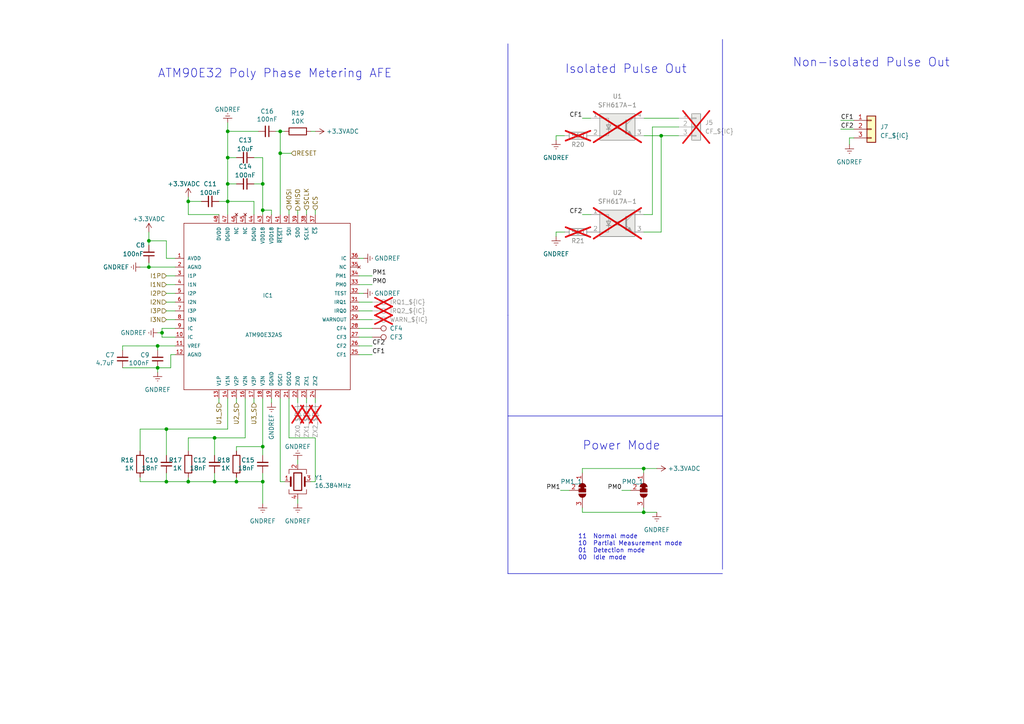
<source format=kicad_sch>
(kicad_sch (version 20230121) (generator eeschema)
  (paper "A4")
  (title_block (title "Metering Board -  IC") (rev "${REVISION}"))
  (lib_symbols
    (symbol "Connector:TestPoint" (pin_numbers hide) (pin_names (offset 0.762) hide)
      (property "Reference" "TP" (at 0 6.858 0))
      (property "Value" "TestPoint" (at 0 5.08 0))
      (symbol "TestPoint_0_1"
        (circle (center 0 3.302) (radius 0.762))
      )
      (symbol "TestPoint_1_1"
        (pin passive line (at 0 0 90) (length 2.54) (name "1") (number "1"))
      )
    )
    (symbol "Connector_Generic:Conn_01x03" (pin_names (offset 1.016) hide)
      (property "Reference" "J" (at 0 5.08 0))
      (property "Value" "Conn_01x03" (at 0 -5.08 0))
      (symbol "Conn_01x03_1_1"
        (rectangle (start -1.27 -2.413) (end 0 -2.667) (stroke (width 0.1524)))
        (rectangle (start -1.27 0.127) (end 0 -0.127) (stroke (width 0.1524)))
        (rectangle (start -1.27 2.667) (end 0 2.413) (stroke (width 0.1524)))
        (rectangle (start -1.27 3.81) (end 1.27 -3.81) (stroke (width 0.254)) (fill (type background)))
        (pin passive line (at -5.08 2.54 0) (length 3.81) (name "Pin_1") (number "1"))
        (pin passive line (at -5.08 0 0) (length 3.81) (name "Pin_2") (number "2"))
        (pin passive line (at -5.08 -2.54 0) (length 3.81) (name "Pin_3") (number "3"))
      )
    )
    (symbol "Device:C_Small" (pin_numbers hide) (pin_names (offset 0.254) hide)
      (property "Reference" "C" (at 0.254 1.778 0))
      (property "Value" "C_Small" (at 0.254 -2.032 0))
      (symbol "C_Small_0_1"
        (polyline (pts (xy -1.524 -0.508) (xy 1.524 -0.508)) (stroke (width 0.3302)))
        (polyline (pts (xy -1.524 0.508) (xy 1.524 0.508)) (stroke (width 0.3048)))
      )
      (symbol "C_Small_1_1"
        (pin passive line (at 0 2.54 270) (length 2.032) (name "~") (number "1"))
        (pin passive line (at 0 -2.54 90) (length 2.032) (name "~") (number "2"))
      )
    )
    (symbol "Device:Crystal_GND24" (pin_names (offset 1.016) hide)
      (property "Reference" "Y" (at 3.175 5.08 0))
      (property "Value" "Crystal_GND24" (at 3.175 3.175 0))
      (symbol "Crystal_GND24_0_1"
        (rectangle (start -1.143 2.54) (end 1.143 -2.54) (stroke (width 0.3048)))
        (polyline (pts (xy -2.54 0) (xy -2.032 0)))
        (polyline (pts (xy -2.032 -1.27) (xy -2.032 1.27)) (stroke (width 0.508)))
        (polyline (pts (xy 0 -3.81) (xy 0 -3.556)))
        (polyline (pts (xy 0 3.556) (xy 0 3.81)))
        (polyline (pts (xy 2.032 -1.27) (xy 2.032 1.27)) (stroke (width 0.508)))
        (polyline (pts (xy 2.032 0) (xy 2.54 0)))
        (polyline (pts (xy -2.54 -2.286) (xy -2.54 -3.556) (xy 2.54 -3.556) (xy 2.54 -2.286)))
        (polyline (pts (xy -2.54 2.286) (xy -2.54 3.556) (xy 2.54 3.556) (xy 2.54 2.286)))
      )
      (symbol "Crystal_GND24_1_1"
        (pin passive line (at -3.81 0 0) (length 1.27) (name "1") (number "1"))
        (pin passive line (at 0 5.08 270) (length 1.27) (name "2") (number "2"))
        (pin passive line (at 3.81 0 180) (length 1.27) (name "3") (number "3"))
        (pin passive line (at 0 -5.08 90) (length 1.27) (name "4") (number "4"))
      )
    )
    (symbol "Device:R" (pin_numbers hide) (pin_names (offset 0))
      (property "Reference" "R" (at 2.032 0 90))
      (property "Value" "R" (at 0 0 90))
      (symbol "R_0_1"
        (rectangle (start -1.016 -2.54) (end 1.016 2.54) (stroke (width 0.254)))
      )
      (symbol "R_1_1"
        (pin passive line (at 0 3.81 270) (length 1.27) (name "~") (number "1"))
        (pin passive line (at 0 -3.81 90) (length 1.27) (name "~") (number "2"))
      )
    )
    (symbol "Isolator:SFH617A-1" (pin_names (offset 1.016))
      (property "Reference" "U" (at -5.08 5.08 0))
      (property "Value" "SFH617A-1" (at 0 5.08 0))
      (symbol "SFH617A-1_0_1"
        (rectangle (start -5.08 3.81) (end 5.08 -3.81) (stroke (width 0.254)) (fill (type background)))
        (polyline (pts (xy -3.175 -0.635) (xy -1.905 -0.635)) (stroke (width 0.254)))
        (polyline (pts (xy 2.54 0.635) (xy 4.445 2.54)))
        (polyline (pts (xy 4.445 -2.54) (xy 2.54 -0.635)) (fill (type outline)))
        (polyline (pts (xy 4.445 -2.54) (xy 5.08 -2.54)))
        (polyline (pts (xy 4.445 2.54) (xy 5.08 2.54)))
        (polyline (pts (xy -2.54 -0.635) (xy -2.54 -2.54) (xy -5.08 -2.54)))
        (polyline (pts (xy 2.54 1.905) (xy 2.54 -1.905) (xy 2.54 -1.905)) (stroke (width 0.508)))
        (polyline (pts (xy -5.08 2.54) (xy -2.54 2.54) (xy -2.54 -1.27) (xy -2.54 0.635)))
        (polyline (pts (xy -2.54 -0.635) (xy -3.175 0.635) (xy -1.905 0.635) (xy -2.54 -0.635)) (stroke (width 0.254)))
        (polyline (pts (xy -0.508 -0.508) (xy 0.762 -0.508) (xy 0.381 -0.635) (xy 0.381 -0.381) (xy 0.762 -0.508)))
        (polyline (pts (xy -0.508 0.508) (xy 0.762 0.508) (xy 0.381 0.381) (xy 0.381 0.635) (xy 0.762 0.508)))
        (polyline (pts (xy 3.048 -1.651) (xy 3.556 -1.143) (xy 4.064 -2.159) (xy 3.048 -1.651) (xy 3.048 -1.651)) (fill (type outline)))
      )
      (symbol "SFH617A-1_1_1"
        (pin passive line (at -7.62 2.54 0) (length 2.54) (name "~") (number "1"))
        (pin passive line (at -7.62 -2.54 0) (length 2.54) (name "~") (number "2"))
        (pin passive line (at 7.62 -2.54 180) (length 2.54) (name "~") (number "3"))
        (pin passive line (at 7.62 2.54 180) (length 2.54) (name "~") (number "4"))
      )
    )
    (symbol "Jumper:SolderJumper_3_Bridged12" (pin_names (offset 0) hide)
      (property "Reference" "JP" (at -2.54 -2.54 0))
      (property "Value" "SolderJumper_3_Bridged12" (at 0 2.794 0))
      (symbol "SolderJumper_3_Bridged12_0_1"
        (rectangle (start -1.016 0.508) (end -0.508 -0.508) (fill (type outline)))
        (arc (start -1.016 1.016) (mid -2.0276 0) (end -1.016 -1.016))
        (arc (start -1.016 1.016) (mid -2.0276 0) (end -1.016 -1.016) (fill (type outline)))
        (rectangle (start -0.508 1.016) (end 0.508 -1.016) (fill (type outline)))
        (polyline (pts (xy -2.54 0) (xy -2.032 0)))
        (polyline (pts (xy -1.016 1.016) (xy -1.016 -1.016)))
        (polyline (pts (xy 0 -1.27) (xy 0 -1.016)))
        (polyline (pts (xy 1.016 1.016) (xy 1.016 -1.016)))
        (polyline (pts (xy 2.54 0) (xy 2.032 0)))
        (arc (start 1.016 -1.016) (mid 2.0276 0) (end 1.016 1.016))
        (arc (start 1.016 -1.016) (mid 2.0276 0) (end 1.016 1.016) (fill (type outline)))
      )
      (symbol "SolderJumper_3_Bridged12_1_1"
        (pin passive line (at -5.08 0 0) (length 2.54) (name "A") (number "1"))
        (pin passive line (at 0 -3.81 90) (length 2.54) (name "C") (number "2"))
        (pin passive line (at 5.08 0 180) (length 2.54) (name "B") (number "3"))
      )
    )
    (symbol "ProjectLib:ATM90E32AS" (pin_names (offset 1.016))
      (property "Reference" "IC" (at -7.62 3.81 0))
      (property "Value" "ATM90E32AS" (at -7.62 -10.16 0))
      (symbol "ATM90E32AS_1_0"
        (polyline (pts (xy -25.4 -25.4) (xy 22.86 -25.4)))
        (polyline (pts (xy -25.4 22.86) (xy -25.4 -25.4)))
        (polyline (pts (xy 22.86 -25.4) (xy 22.86 22.86)))
        (polyline (pts (xy 22.86 22.86) (xy -25.4 22.86)))
      )
      (symbol "ATM90E32AS_1_1"
        (pin power_in line (at -27.94 12.7 0) (length 2.54) (name "AVDD") (number "1"))
        (pin input line (at -27.94 -10.16 0) (length 2.54) (name "IC") (number "10"))
        (pin bidirectional line (at -27.94 -12.7 0) (length 2.54) (name "VREF") (number "11"))
        (pin power_in line (at -27.94 -15.24 0) (length 2.54) (name "AGND") (number "12"))
        (pin input line (at -15.24 -27.94 90) (length 2.54) (name "V1P") (number "13"))
        (pin input line (at -12.7 -27.94 90) (length 2.54) (name "V1N") (number "14"))
        (pin input line (at -10.16 -27.94 90) (length 2.54) (name "V2P") (number "15"))
        (pin input line (at -7.62 -27.94 90) (length 2.54) (name "V2N") (number "16"))
        (pin input line (at -5.08 -27.94 90) (length 2.54) (name "V3P") (number "17"))
        (pin input line (at -2.54 -27.94 90) (length 2.54) (name "V3N") (number "18"))
        (pin power_in line (at 0 -27.94 90) (length 2.54) (name "DGND") (number "19"))
        (pin power_in line (at -27.94 10.16 0) (length 2.54) (name "AGND") (number "2"))
        (pin input line (at 2.54 -27.94 90) (length 2.54) (name "OSCI") (number "20"))
        (pin output line (at 5.08 -27.94 90) (length 2.54) (name "OSCO") (number "21"))
        (pin output line (at 7.62 -27.94 90) (length 2.54) (name "ZX0") (number "22"))
        (pin output line (at 10.16 -27.94 90) (length 2.54) (name "ZX1") (number "23"))
        (pin output line (at 12.7 -27.94 90) (length 2.54) (name "ZX2") (number "24"))
        (pin output line (at 25.4 -15.24 180) (length 2.54) (name "CF1") (number "25"))
        (pin output line (at 25.4 -12.7 180) (length 2.54) (name "CF2") (number "26"))
        (pin output line (at 25.4 -10.16 180) (length 2.54) (name "CF3") (number "27"))
        (pin output line (at 25.4 -7.62 180) (length 2.54) (name "CF4") (number "28"))
        (pin output line (at 25.4 -5.08 180) (length 2.54) (name "WARNOUT") (number "29"))
        (pin input line (at -27.94 7.62 0) (length 2.54) (name "I1P") (number "3"))
        (pin output line (at 25.4 -2.54 180) (length 2.54) (name "IRQ0") (number "30"))
        (pin output line (at 25.4 0 180) (length 2.54) (name "IRQ1") (number "31"))
        (pin power_in line (at 25.4 2.54 180) (length 2.54) (name "TEST") (number "32"))
        (pin input line (at 25.4 5.08 180) (length 2.54) (name "PM0") (number "33"))
        (pin input line (at 25.4 7.62 180) (length 2.54) (name "PM1") (number "34"))
        (pin no_connect line (at 25.4 10.16 180) (length 2.54) (name "NC") (number "35"))
        (pin input line (at 25.4 12.7 180) (length 2.54) (name "IC") (number "36"))
        (pin input line (at 12.7 25.4 270) (length 2.54) (name "~{CS}") (number "37"))
        (pin input line (at 10.16 25.4 270) (length 2.54) (name "SCLK") (number "38"))
        (pin output line (at 7.62 25.4 270) (length 2.54) (name "SDO") (number "39"))
        (pin input line (at -27.94 5.08 0) (length 2.54) (name "I1N") (number "4"))
        (pin input line (at 5.08 25.4 270) (length 2.54) (name "SDI") (number "40"))
        (pin input line (at 2.54 25.4 270) (length 2.54) (name "~{RESET}") (number "41"))
        (pin power_out line (at 0 25.4 270) (length 2.54) (name "VDD18") (number "42"))
        (pin power_out line (at -2.54 25.4 270) (length 2.54) (name "VDD18") (number "43"))
        (pin power_in line (at -5.08 25.4 270) (length 2.54) (name "DGND") (number "44"))
        (pin no_connect line (at -7.62 25.4 270) (length 2.54) (name "NC") (number "45"))
        (pin no_connect line (at -10.16 25.4 270) (length 2.54) (name "NC") (number "46"))
        (pin power_in line (at -12.7 25.4 270) (length 2.54) (name "DGND") (number "47"))
        (pin power_in line (at -15.24 25.4 270) (length 2.54) (name "DVDD") (number "48"))
        (pin input line (at -27.94 2.54 0) (length 2.54) (name "I2P") (number "5"))
        (pin input line (at -27.94 0 0) (length 2.54) (name "I2N") (number "6"))
        (pin input line (at -27.94 -2.54 0) (length 2.54) (name "I3P") (number "7"))
        (pin input line (at -27.94 -5.08 0) (length 2.54) (name "I3N") (number "8"))
        (pin input line (at -27.94 -7.62 0) (length 2.54) (name "IC") (number "9"))
      )
    )
    (symbol "power:+3.3VADC" (power) (pin_names (offset 0))
      (property "Value" "+3.3VADC" (at 0 2.54 0))
      (symbol "+3.3VADC_0_0"
        (pin power_in line (at 0 0 90) (length 0) hide (name "+3.3VADC") (number "1"))
      )
      (symbol "+3.3VADC_0_1"
        (polyline (pts (xy -0.762 1.27) (xy 0 2.54)))
        (polyline (pts (xy 0 0) (xy 0 2.54)))
        (polyline (pts (xy 0 2.54) (xy 0.762 1.27)))
      )
    )
    (symbol "power:GNDREF" (power) (pin_names (offset 0))
      (property "Value" "GNDREF" (at 0 -3.81 0))
      (symbol "GNDREF_0_1"
        (polyline (pts (xy -0.635 -1.905) (xy 0.635 -1.905)))
        (polyline (pts (xy -0.127 -2.54) (xy 0.127 -2.54)))
        (polyline (pts (xy 0 -1.27) (xy 0 0)))
        (polyline (pts (xy 1.27 -1.27) (xy -1.27 -1.27)))
      )
      (symbol "GNDREF_1_1"
        (pin power_in line (at 0 0 270) (length 0) hide (name "GNDREF") (number "1"))
      )
    )
  )
  (junction (at 76.2 139.7))
  (junction (at 186.69 135.89))
  (junction (at 46.99 96.52))
  (junction (at 43.18 69.85))
  (junction (at 76.2 129.54))
  (junction (at 62.23 127))
  (junction (at 48.26 124.46))
  (junction (at 54.61 139.7))
  (junction (at 81.28 38.1))
  (junction (at 54.61 58.42))
  (junction (at 66.04 38.1))
  (junction (at 76.2 53.34))
  (junction (at 76.2 60.96))
  (junction (at 48.26 139.7))
  (junction (at 66.04 45.72))
  (junction (at 81.28 44.45))
  (junction (at 45.72 100.33))
  (junction (at 45.72 106.68))
  (junction (at 62.23 139.7))
  (junction (at 43.18 77.47))
  (junction (at 66.04 53.34))
  (junction (at 68.58 139.7))
  (junction (at 66.04 58.42))
  (junction (at 191.77 39.37))
  (junction (at 186.69 148.59))
  (wire (pts (xy 73.66 45.72) (xy 76.2 45.72)))
  (wire (pts (xy 45.72 96.52) (xy 46.99 96.52)))
  (wire (pts (xy 48.26 124.46) (xy 40.64 124.46)))
  (wire (pts (xy 107.95 100.33) (xy 104.14 100.33)))
  (wire (pts (xy 76.2 45.72) (xy 76.2 53.34)))
  (wire (pts (xy 62.23 127) (xy 62.23 132.08)))
  (wire (pts (xy 196.85 36.83) (xy 189.23 36.83)))
  (wire (pts (xy 48.26 137.16) (xy 48.26 139.7)))
  (wire (pts (xy 66.04 45.72) (xy 66.04 53.34)))
  (wire (pts (xy 54.61 139.7) (xy 62.23 139.7)))
  (wire (pts (xy 168.91 135.89) (xy 186.69 135.89)))
  (wire (pts (xy 50.8 74.93) (xy 48.26 74.93)))
  (wire (pts (xy 71.12 115.57) (xy 71.12 127)))
  (wire (pts (xy 107.95 95.25) (xy 104.14 95.25)))
  (wire (pts (xy 91.44 60.96) (xy 91.44 62.23)))
  (wire (pts (xy 66.04 124.46) (xy 66.04 115.57)))
  (wire (pts (xy 48.26 124.46) (xy 48.26 132.08)))
  (wire (pts (xy 81.28 38.1) (xy 82.55 38.1)))
  (wire (pts (xy 68.58 129.54) (xy 68.58 130.81)))
  (wire (pts (xy 46.99 95.25) (xy 50.8 95.25)))
  (wire (pts (xy 66.04 35.56) (xy 66.04 38.1)))
  (wire (pts (xy 43.18 67.31) (xy 43.18 69.85)))
  (wire (pts (xy 83.82 115.57) (xy 83.82 127)))
  (wire (pts (xy 48.26 74.93) (xy 48.26 69.85)))
  (wire (pts (xy 66.04 38.1) (xy 66.04 45.72)))
  (wire (pts (xy 46.99 97.79) (xy 50.8 97.79)))
  (wire (pts (xy 168.91 135.89) (xy 168.91 137.16)))
  (wire (pts (xy 107.95 97.79) (xy 104.14 97.79)))
  (wire (pts (xy 168.91 148.59) (xy 186.69 148.59)))
  (wire (pts (xy 161.29 68.58) (xy 161.29 67.31)))
  (wire (pts (xy 76.2 137.16) (xy 76.2 139.7)))
  (wire (pts (xy 186.69 67.31) (xy 191.77 67.31)))
  (wire (pts (xy 45.72 100.33) (xy 35.56 100.33)))
  (wire (pts (xy 104.14 80.01) (xy 107.95 80.01)))
  (wire (pts (xy 189.23 36.83) (xy 189.23 62.23)))
  (wire (pts (xy 186.69 39.37) (xy 191.77 39.37)))
  (wire (pts (xy 81.28 44.45) (xy 84.455 44.45)))
  (wire (pts (xy 189.23 62.23) (xy 186.69 62.23)))
  (wire (pts (xy 54.61 57.15) (xy 54.61 58.42)))
  (wire (pts (xy 243.84 34.925) (xy 247.65 34.925)))
  (wire (pts (xy 91.44 127) (xy 83.82 127)))
  (wire (pts (xy 191.77 39.37) (xy 196.85 39.37)))
  (wire (pts (xy 63.5 115.57) (xy 63.5 116.84)))
  (wire (pts (xy 80.01 38.1) (xy 81.28 38.1)))
  (wire (pts (xy 104.14 74.93) (xy 105.41 74.93)))
  (wire (pts (xy 73.66 115.57) (xy 73.66 116.84)))
  (wire (pts (xy 35.56 100.33) (xy 35.56 101.6)))
  (polyline (pts (xy 147.32 166.37) (xy 209.55 166.37)))
  (wire (pts (xy 45.72 106.68) (xy 45.72 107.95)))
  (wire (pts (xy 54.61 58.42) (xy 54.61 62.23)))
  (wire (pts (xy 186.69 147.32) (xy 186.69 148.59)))
  (polyline (pts (xy 209.55 11.43) (xy 209.55 165.1)))
  (wire (pts (xy 88.9 115.57) (xy 88.9 116.84)))
  (wire (pts (xy 76.2 129.54) (xy 76.2 132.08)))
  (wire (pts (xy 104.14 87.63) (xy 107.95 87.63)))
  (wire (pts (xy 104.14 85.09) (xy 105.41 85.09)))
  (wire (pts (xy 86.36 133.35) (xy 86.36 134.62)))
  (wire (pts (xy 76.2 146.05) (xy 76.2 139.7)))
  (wire (pts (xy 54.61 138.43) (xy 54.61 139.7)))
  (wire (pts (xy 62.23 127) (xy 54.61 127)))
  (wire (pts (xy 66.04 38.1) (xy 74.93 38.1)))
  (wire (pts (xy 54.61 127) (xy 54.61 130.81)))
  (wire (pts (xy 54.61 58.42) (xy 58.42 58.42)))
  (wire (pts (xy 66.04 45.72) (xy 68.58 45.72)))
  (wire (pts (xy 78.74 115.57) (xy 78.74 116.84)))
  (wire (pts (xy 104.14 92.71) (xy 107.95 92.71)))
  (wire (pts (xy 50.8 82.55) (xy 48.26 82.55)))
  (wire (pts (xy 78.74 60.96) (xy 78.74 62.23)))
  (wire (pts (xy 45.72 100.33) (xy 50.8 100.33)))
  (wire (pts (xy 76.2 60.96) (xy 76.2 62.23)))
  (wire (pts (xy 43.18 69.85) (xy 48.26 69.85)))
  (wire (pts (xy 45.72 106.68) (xy 49.53 106.68)))
  (wire (pts (xy 40.64 124.46) (xy 40.64 130.81)))
  (wire (pts (xy 49.53 102.87) (xy 49.53 106.68)))
  (wire (pts (xy 88.9 60.96) (xy 88.9 62.23)))
  (wire (pts (xy 43.18 77.47) (xy 50.8 77.47)))
  (wire (pts (xy 191.77 67.31) (xy 191.77 39.37)))
  (wire (pts (xy 73.66 53.34) (xy 76.2 53.34)))
  (wire (pts (xy 40.64 138.43) (xy 40.64 139.7)))
  (wire (pts (xy 62.23 139.7) (xy 68.58 139.7)))
  (wire (pts (xy 68.58 115.57) (xy 68.58 116.84)))
  (wire (pts (xy 86.36 115.57) (xy 86.36 116.84)))
  (polyline (pts (xy 147.32 91.44) (xy 147.32 166.37)))
  (wire (pts (xy 71.12 127) (xy 62.23 127)))
  (wire (pts (xy 48.26 124.46) (xy 66.04 124.46)))
  (wire (pts (xy 161.29 39.37) (xy 163.83 39.37)))
  (polyline (pts (xy 147.32 120.65) (xy 209.55 120.65)))
  (wire (pts (xy 180.34 142.24) (xy 182.88 142.24)))
  (wire (pts (xy 76.2 129.54) (xy 68.58 129.54)))
  (wire (pts (xy 76.2 115.57) (xy 76.2 129.54)))
  (wire (pts (xy 86.36 60.96) (xy 86.36 62.23)))
  (wire (pts (xy 168.91 62.23) (xy 171.45 62.23)))
  (wire (pts (xy 43.18 76.2) (xy 43.18 77.47)))
  (wire (pts (xy 50.8 80.01) (xy 48.26 80.01)))
  (wire (pts (xy 62.23 137.16) (xy 62.23 139.7)))
  (wire (pts (xy 162.56 142.24) (xy 165.1 142.24)))
  (wire (pts (xy 91.44 139.7) (xy 91.44 127)))
  (wire (pts (xy 186.69 135.89) (xy 190.5 135.89)))
  (wire (pts (xy 45.72 101.6) (xy 45.72 100.33)))
  (wire (pts (xy 76.2 53.34) (xy 76.2 60.96)))
  (wire (pts (xy 63.5 62.23) (xy 54.61 62.23)))
  (wire (pts (xy 91.44 115.57) (xy 91.44 116.84)))
  (wire (pts (xy 63.5 58.42) (xy 66.04 58.42)))
  (wire (pts (xy 35.56 106.68) (xy 45.72 106.68)))
  (wire (pts (xy 81.28 38.1) (xy 81.28 44.45)))
  (wire (pts (xy 73.66 58.42) (xy 66.04 58.42)))
  (wire (pts (xy 66.04 53.34) (xy 68.58 53.34)))
  (wire (pts (xy 186.69 34.29) (xy 196.85 34.29)))
  (wire (pts (xy 107.95 102.87) (xy 104.14 102.87)))
  (wire (pts (xy 68.58 139.7) (xy 76.2 139.7)))
  (wire (pts (xy 81.28 139.7) (xy 82.55 139.7)))
  (wire (pts (xy 168.91 34.29) (xy 171.45 34.29)))
  (wire (pts (xy 68.58 138.43) (xy 68.58 139.7)))
  (wire (pts (xy 104.14 82.55) (xy 107.95 82.55)))
  (wire (pts (xy 50.8 102.87) (xy 49.53 102.87)))
  (wire (pts (xy 104.14 90.17) (xy 107.95 90.17)))
  (wire (pts (xy 83.82 60.96) (xy 83.82 62.23)))
  (wire (pts (xy 86.36 144.78) (xy 86.36 146.05)))
  (wire (pts (xy 161.29 40.64) (xy 161.29 39.37)))
  (wire (pts (xy 66.04 53.34) (xy 66.04 58.42)))
  (wire (pts (xy 168.91 148.59) (xy 168.91 147.32)))
  (wire (pts (xy 246.38 41.91) (xy 246.38 40.005)))
  (polyline (pts (xy 147.32 12.7) (xy 147.32 91.44)))
  (wire (pts (xy 76.2 60.96) (xy 78.74 60.96)))
  (wire (pts (xy 90.17 139.7) (xy 91.44 139.7)))
  (wire (pts (xy 40.64 139.7) (xy 48.26 139.7)))
  (wire (pts (xy 81.28 115.57) (xy 81.28 139.7)))
  (wire (pts (xy 46.99 96.52) (xy 46.99 97.79)))
  (wire (pts (xy 50.8 92.71) (xy 48.26 92.71)))
  (wire (pts (xy 73.66 58.42) (xy 73.66 62.23)))
  (wire (pts (xy 43.18 69.85) (xy 43.18 71.12)))
  (wire (pts (xy 66.04 58.42) (xy 66.04 62.23)))
  (wire (pts (xy 81.28 44.45) (xy 81.28 62.23)))
  (wire (pts (xy 90.17 38.1) (xy 91.44 38.1)))
  (wire (pts (xy 50.8 87.63) (xy 48.26 87.63)))
  (wire (pts (xy 46.99 95.25) (xy 46.99 96.52)))
  (wire (pts (xy 50.8 90.17) (xy 48.26 90.17)))
  (wire (pts (xy 243.84 37.465) (xy 247.65 37.465)))
  (wire (pts (xy 246.38 40.005) (xy 247.65 40.005)))
  (wire (pts (xy 161.29 67.31) (xy 163.83 67.31)))
  (wire (pts (xy 40.64 77.47) (xy 43.18 77.47)))
  (wire (pts (xy 48.26 139.7) (xy 54.61 139.7)))
  (wire (pts (xy 186.69 148.59) (xy 190.5 148.59)))
  (wire (pts (xy 186.69 135.89) (xy 186.69 137.16)))
  (wire (pts (xy 50.8 85.09) (xy 48.26 85.09)))
  (text "Isolated Pulse Out" (at 163.83 21.59 0) (effects (font (size 2.5 2.5)) (justify left bottom)))
  (text "11  Normal mode\n10  Partial Measurement mode\n01  Detection mode\n00  Idle mode\n" (at 167.64 162.56 0) (effects (font (size 1.27 1.27)) (justify left bottom)))
  (text "Non-isolated Pulse Out" (at 229.87 19.685 0) (effects (font (size 2.5 2.5)) (justify left bottom)))
  (text "Power Mode" (at 168.91 130.81 0) (effects (font (size 2.5 2.5)) (justify left bottom)))
  (text "ATM90E32 Poly Phase Metering AFE" (at 45.72 22.86 0) (effects (font (size 2.5 2.5)) (justify left bottom)))
  (label "CF1" (at 243.84 34.925 0))
  (label "CF2" (at 107.95 100.33 0))
  (label "PM1" (at 107.95 80.01 0))
  (label "PM1" (at 162.56 142.24 180))
  (label "PM0" (at 180.34 142.24 180))
  (label "CF1" (at 107.95 102.87 0))
  (label "CF2" (at 168.91 62.23 180))
  (label "CF2" (at 243.84 37.465 0))
  (label "CF1" (at 168.91 34.29 180))
  (label "PM0" (at 107.95 82.55 0))
  (hierarchical_label "I3N" (shape input) (at 48.26 92.71 180))
  (hierarchical_label "I1P" (shape input) (at 48.26 80.01 180))
  (hierarchical_label "U1_S" (shape input) (at 63.5 116.84 270))
  (hierarchical_label "I2P" (shape input) (at 48.26 85.09 180))
  (hierarchical_label "I3P" (shape input) (at 48.26 90.17 180))
  (hierarchical_label "MISO" (shape output) (at 86.36 60.96 90))
  (hierarchical_label "MOSI" (shape input) (at 83.82 60.96 90))
  (hierarchical_label "U3_S" (shape input) (at 73.66 116.84 270))
  (hierarchical_label "I1N" (shape input) (at 48.26 82.55 180))
  (hierarchical_label "RESET" (shape input) (at 84.455 44.45 0))
  (hierarchical_label "CS" (shape input) (at 91.44 60.96 90))
  (hierarchical_label "U2_S" (shape input) (at 68.58 116.84 270))
  (hierarchical_label "SCLK" (shape input) (at 88.9 60.96 90))
  (hierarchical_label "I2N" (shape input) (at 48.26 87.63 180))
  (symbol (lib_id "Isolator:SFH617A-1") (at 179.07 64.77 0) (unit 1) (in_bom no) (on_board no) (dnp yes)
    (property "Reference" "U2" (at 179.07 55.88 0))
    (property "Value" "SFH617A-1" (at 179.07 58.42 0))
    (property "Footprint" "Package_DIP:DIP-4_W7.62mm" (effects hide))
    (property "Datasheet" "http://www.vishay.com/docs/83740/sfh617a.pdf" (effects hide))
    (property "manf#" "SFH617A-1" (effects hide))
    (instances (project "din_energy_meter" (path "" (reference "U2") (unit 1)) (path "" (reference "U4") (unit 1))))
  )
  (symbol (lib_id "Jumper:SolderJumper_3_Bridged12") (at 186.69 142.24 270) (unit 1) (in_bom no)
    (property "Reference" "PM0_1" (at 180.34 139.7 90) (effects (justify left)))
    (property "Value" "SolderJumper_3_Bridged12" (effects hide))
    (property "Footprint" "Jumper:SolderJumper-3_P1.3mm_Bridged12_Pad1.0x1.5mm" (effects hide))
    (instances (project "din_energy_meter" (path "" (reference "PM0_1") (unit 1)) (path "" (reference "PM0_2") (unit 1))))
  )
  (symbol (lib_id "power:GNDREF") (at 105.41 85.09 90) (unit 1)
    (property "Reference" "#PWR057" (effects hide))
    (property "Value" "GNDREF" (at 108.585 85.09 90) (effects (justify right)))
    (instances (project "din_energy_meter" (path "" (reference "#PWR057") (unit 1)) (path "" (reference "#PWR025") (unit 1)) (path "" (reference "#PWR045") (unit 1))))
  )
  (symbol (lib_id "Connector:TestPoint") (at 91.44 116.84 180) (unit 1) (in_bom no) (on_board no) (dnp yes)
    (property "Reference" "TP5" (effects hide))
    (property "Value" "ZX2_${IC}" (at 91.44 127 90) (effects (justify right)))
    (property "Footprint" "TestPoint:TestPoint_Pad_D1.0mm" (effects hide))
    (instances (project "din_energy_meter" (path "" (reference "TP5") (unit 1)) (path "" (reference "TP14") (unit 1))))
  )
  (symbol (lib_id "Device:C_Small") (at 48.26 134.62 0) (mirror x) (unit 1)
    (property "Reference" "C10" (at 45.9232 133.4516 0) (effects (justify right)))
    (property "Value" "18nF" (at 45.9232 135.763 0) (effects (justify right)))
    (property "Footprint" "Capacitor_SMD:C_0603_1608Metric_Pad1.08x0.95mm_HandSolder" (effects hide))
    (property "manf#" "VJ0603Y183JXACW1BC" (effects hide))
    (instances (project "din_energy_meter" (path "" (reference "C10") (unit 1)) (path "" (reference "C26") (unit 1))))
  )
  (symbol (lib_id "power:GNDREF") (at 40.64 77.47 270) (unit 1)
    (property "Reference" "#PWR057" (effects hide))
    (property "Value" "GNDREF" (at 37.465 77.47 90) (effects (justify right)))
    (instances (project "din_energy_meter" (path "" (reference "#PWR057") (unit 1)) (path "" (reference "#PWR018") (unit 1)) (path "" (reference "#PWR038") (unit 1))))
  )
  (symbol (lib_id "Device:R") (at 68.58 134.62 0) (mirror y) (unit 1)
    (property "Reference" "R18" (at 66.802 133.4516 0) (effects (justify left)))
    (property "Value" "1K" (at 66.802 135.763 0) (effects (justify left)))
    (property "Footprint" "Resistor_SMD:R_0603_1608Metric_Pad0.98x0.95mm_HandSolder" (effects hide))
    (property "manf#" "AC0603FR-071KL" (effects hide))
    (instances (project "din_energy_meter" (path "" (reference "R18") (unit 1)) (path "" (reference "R36") (unit 1))))
  )
  (symbol (lib_id "Device:R") (at 86.36 38.1 270) (unit 1)
    (property "Reference" "R19" (at 86.36 32.8422 90))
    (property "Value" "10K" (at 86.36 35.1536 90))
    (property "Footprint" "Resistor_SMD:R_0603_1608Metric_Pad0.98x0.95mm_HandSolder" (effects hide))
    (property "manf#" "AC0603FR-0710KL" (effects hide))
    (instances (project "din_energy_meter" (path "" (reference "R19") (unit 1)) (path "" (reference "R37") (unit 1))))
  )
  (symbol (lib_id "Jumper:SolderJumper_3_Bridged12") (at 168.91 142.24 270) (unit 1) (in_bom no)
    (property "Reference" "PM1_1" (at 162.56 139.7 90) (effects (justify left)))
    (property "Value" "SolderJumper_3_Bridged12" (effects hide))
    (property "Footprint" "Jumper:SolderJumper-3_P1.3mm_Bridged12_Pad1.0x1.5mm" (effects hide))
    (instances (project "din_energy_meter" (path "" (reference "PM1_1") (unit 1)) (path "" (reference "PM1_2") (unit 1))))
  )
  (symbol (lib_id "Device:C_Small") (at 77.47 38.1 270) (unit 1)
    (property "Reference" "C16" (at 77.47 32.2834 90))
    (property "Value" "100nF" (at 77.47 34.5948 90))
    (property "Footprint" "Capacitor_SMD:C_0603_1608Metric_Pad1.08x0.95mm_HandSolder" (effects hide))
    (property "manf#" "06033C104KAT2A" (effects hide))
    (instances (project "din_energy_meter" (path "" (reference "C16") (unit 1)) (path "" (reference "C32") (unit 1))))
  )
  (symbol (lib_id "power:GNDREF") (at 161.29 40.64 0) (unit 1)
    (property "Reference" "#PWR057" (effects hide))
    (property "Value" "GNDREF" (at 161.29 45.72 0))
    (instances (project "din_energy_meter" (path "" (reference "#PWR057") (unit 1)) (path "" (reference "#PWR026") (unit 1)) (path "" (reference "#PWR027") (unit 1))))
  )
  (symbol (lib_id "Device:C_Small") (at 71.12 53.34 270) (unit 1)
    (property "Reference" "C14" (at 71.12 48.26 90))
    (property "Value" "100nF" (at 71.12 50.8 90))
    (property "Footprint" "Capacitor_SMD:C_0603_1608Metric_Pad1.08x0.95mm_HandSolder" (effects hide))
    (property "manf#" "06033C104KAT2A" (effects hide))
    (instances (project "din_energy_meter" (path "" (reference "C14") (unit 1)) (path "" (reference "C30") (unit 1))))
  )
  (symbol (lib_id "Isolator:SFH617A-1") (at 179.07 36.83 0) (unit 1) (in_bom no) (on_board no) (dnp yes)
    (property "Reference" "U1" (at 179.07 27.94 0))
    (property "Value" "SFH617A-1" (at 179.07 30.48 0))
    (property "Footprint" "Package_DIP:DIP-4_W7.62mm" (effects hide))
    (property "Datasheet" "http://www.vishay.com/docs/83740/sfh617a.pdf" (effects hide))
    (property "manf#" "SFH617A-1" (effects hide))
    (instances (project "din_energy_meter" (path "" (reference "U1") (unit 1)) (path "" (reference "U3") (unit 1))))
  )
  (symbol (lib_id "Connector:TestPoint") (at 86.36 116.84 180) (unit 1) (in_bom no) (on_board no) (dnp yes)
    (property "Reference" "TP3" (effects hide))
    (property "Value" "ZX0_${IC}" (at 86.36 127 90) (effects (justify right)))
    (property "Footprint" "TestPoint:TestPoint_Pad_D1.0mm" (effects hide))
    (instances (project "din_energy_meter" (path "" (reference "TP3") (unit 1)) (path "" (reference "TP12") (unit 1))))
  )
  (symbol (lib_id "Device:C_Small") (at 45.72 104.14 0) (mirror x) (unit 1)
    (property "Reference" "C9" (at 43.3832 102.9716 0) (effects (justify right)))
    (property "Value" "100nF" (at 43.3832 105.283 0) (effects (justify right)))
    (property "Footprint" "Capacitor_SMD:C_0603_1608Metric_Pad1.08x0.95mm_HandSolder" (effects hide))
    (property "manf#" "06033C104KAT2A" (effects hide))
    (instances (project "din_energy_meter" (path "" (reference "C9") (unit 1)) (path "" (reference "C25") (unit 1))))
  )
  (symbol (lib_id "power:+3.3VADC") (at 54.61 57.15 0) (unit 1)
    (property "Reference" "#PWR059" (effects hide))
    (property "Value" "+3.3VADC" (at 53.34 53.34 0))
    (instances (project "din_energy_meter" (path "" (reference "#PWR059") (unit 1)) (path "" (reference "#PWR014") (unit 1)) (path "" (reference "#PWR017") (unit 1))))
  )
  (symbol (lib_id "Device:R") (at 167.64 39.37 90) (unit 1) (in_bom no) (on_board no) (dnp yes)
    (property "Reference" "R20" (at 167.64 41.91 90))
    (property "Value" "510" (at 167.64 39.37 90))
    (property "Footprint" "Resistor_SMD:R_0603_1608Metric_Pad0.98x0.95mm_HandSolder" (effects hide))
    (property "manf#" "CRCW0603510RFKTABC" (effects hide))
    (instances (project "din_energy_meter" (path "" (reference "R20") (unit 1)) (path "" (reference "R38") (unit 1))))
  )
  (symbol (lib_id "Connector_Generic:Conn_01x03") (at 201.93 36.83 0) (unit 1) (in_bom no) (on_board no) (dnp yes)
    (property "Reference" "J5" (at 204.47 35.5599 0) (effects (justify left)))
    (property "Value" "CF_${IC}" (at 204.47 38.0999 0) (effects (justify left)))
    (property "Footprint" "Connector_PinHeader_2.54mm:PinHeader_1x03_P2.54mm_Vertical" (effects hide))
    (instances (project "din_energy_meter" (path "" (reference "J5") (unit 1)) (path "" (reference "J6") (unit 1))))
  )
  (symbol (lib_id "power:GNDREF") (at 86.36 146.05 0) (unit 1)
    (property "Reference" "#PWR057" (effects hide))
    (property "Value" "GNDREF" (at 86.36 151.13 0))
    (instances (project "din_energy_meter" (path "" (reference "#PWR057") (unit 1)) (path "" (reference "#PWR033") (unit 1)) (path "" (reference "#PWR036") (unit 1))))
  )
  (symbol (lib_id "Connector:TestPoint") (at 107.95 95.25 270) (unit 1) (in_bom no)
    (property "Reference" "TP6" (effects hide))
    (property "Value" "CF4" (at 113.03 95.25 90) (effects (justify left)))
    (property "Footprint" "TestPoint:TestPoint_Pad_D1.0mm" (effects hide))
    (instances (project "din_energy_meter" (path "" (reference "TP6") (unit 1)) (path "" (reference "TP15") (unit 1))))
  )
  (symbol (lib_id "Connector:TestPoint") (at 107.95 92.71 270) (unit 1) (in_bom no) (on_board no) (dnp yes)
    (property "Reference" "TP9" (effects hide))
    (property "Value" "WARN_${IC}" (at 113.03 92.7099 90) (effects (justify left)))
    (property "Footprint" "TestPoint:TestPoint_Pad_D1.0mm" (effects hide))
    (instances (project "din_energy_meter" (path "" (reference "TP9") (unit 1)) (path "" (reference "TP18") (unit 1))))
  )
  (symbol (lib_id "power:GNDREF") (at 190.5 148.59 0) (unit 1)
    (property "Reference" "#PWR057" (effects hide))
    (property "Value" "GNDREF" (at 190.5 153.67 0))
    (instances (project "din_energy_meter" (path "" (reference "#PWR057") (unit 1)) (path "" (reference "#PWR029") (unit 1)) (path "" (reference "#PWR048") (unit 1))))
  )
  (symbol (lib_id "Device:C_Small") (at 62.23 134.62 0) (mirror x) (unit 1)
    (property "Reference" "C12" (at 59.8932 133.4516 0) (effects (justify right)))
    (property "Value" "18nF" (at 59.8932 135.763 0) (effects (justify right)))
    (property "Footprint" "Capacitor_SMD:C_0603_1608Metric_Pad1.08x0.95mm_HandSolder" (effects hide))
    (property "manf#" "VJ0603Y183JXACW1BC" (effects hide))
    (instances (project "din_energy_meter" (path "" (reference "C12") (unit 1)) (path "" (reference "C28") (unit 1))))
  )
  (symbol (lib_id "Connector:TestPoint") (at 107.95 97.79 270) (unit 1) (in_bom no)
    (property "Reference" "TP2" (effects hide))
    (property "Value" "CF3" (at 113.03 97.79 90) (effects (justify left)))
    (property "Footprint" "TestPoint:TestPoint_Pad_D1.0mm" (effects hide))
    (instances (project "din_energy_meter" (path "" (reference "TP2") (unit 1)) (path "" (reference "TP11") (unit 1))))
  )
  (symbol (lib_id "Device:C_Small") (at 71.12 45.72 270) (unit 1)
    (property "Reference" "C13" (at 71.12 40.64 90))
    (property "Value" "10uF" (at 71.12 43.18 90))
    (property "Footprint" "Capacitor_SMD:C_0603_1608Metric_Pad1.08x0.95mm_HandSolder" (effects hide))
    (property "manf#" "0603X106K6R3CT" (effects hide))
    (instances (project "din_energy_meter" (path "" (reference "C13") (unit 1)) (path "" (reference "C29") (unit 1))))
  )
  (symbol (lib_id "Device:C_Small") (at 35.56 104.14 0) (mirror x) (unit 1)
    (property "Reference" "C7" (at 33.2232 102.9716 0) (effects (justify right)))
    (property "Value" "4.7uF" (at 33.2232 105.283 0) (effects (justify right)))
    (property "Footprint" "Capacitor_SMD:C_0603_1608Metric_Pad1.08x0.95mm_HandSolder" (effects hide))
    (property "manf#" "0603X475K100CT" (effects hide))
    (instances (project "din_energy_meter" (path "" (reference "C7") (unit 1)) (path "" (reference "C23") (unit 1))))
  )
  (symbol (lib_id "power:GNDREF") (at 78.74 116.84 0) (unit 1)
    (property "Reference" "#PWR057" (effects hide))
    (property "Value" "GNDREF" (at 78.74 120.015 90) (effects (justify right)))
    (instances (project "din_energy_meter" (path "" (reference "#PWR057") (unit 1)) (path "" (reference "#PWR020") (unit 1)) (path "" (reference "#PWR040") (unit 1))))
  )
  (symbol (lib_id "Connector_Generic:Conn_01x03") (at 252.73 37.465 0) (unit 1)
    (property "Reference" "J7" (at 255.27 36.83 0) (effects (justify left)))
    (property "Value" "CF_${IC}" (at 255.27 39.37 0) (effects (justify left)))
    (property "Footprint" "Connector_PinHeader_2.54mm:PinHeader_1x03_P2.54mm_Vertical" (effects hide))
    (instances (project "din_energy_meter" (path "" (reference "J7") (unit 1)) (path "" (reference "J11") (unit 1))))
  )
  (symbol (lib_id "Connector:TestPoint") (at 88.9 116.84 180) (unit 1) (in_bom no) (on_board no) (dnp yes)
    (property "Reference" "TP4" (effects hide))
    (property "Value" "ZX1_${IC}" (at 88.9 127 90) (effects (justify right)))
    (property "Footprint" "TestPoint:TestPoint_Pad_D1.0mm" (effects hide))
    (instances (project "din_energy_meter" (path "" (reference "TP4") (unit 1)) (path "" (reference "TP13") (unit 1))))
  )
  (symbol (lib_id "power:+3.3VADC") (at 43.18 67.31 0) (unit 1)
    (property "Reference" "#PWR059" (effects hide))
    (property "Value" "+3.3VADC" (at 43.18 63.5 0))
    (instances (project "din_energy_meter" (path "" (reference "#PWR059") (unit 1)) (path "" (reference "#PWR063") (unit 1)) (path "" (reference "#PWR064") (unit 1))))
  )
  (symbol (lib_id "Device:R") (at 40.64 134.62 0) (mirror y) (unit 1)
    (property "Reference" "R16" (at 38.862 133.4516 0) (effects (justify left)))
    (property "Value" "1K" (at 38.862 135.763 0) (effects (justify left)))
    (property "Footprint" "Resistor_SMD:R_0603_1608Metric_Pad0.98x0.95mm_HandSolder" (effects hide))
    (property "manf#" "AC0603FR-071KL" (effects hide))
    (instances (project "din_energy_meter" (path "" (reference "R16") (unit 1)) (path "" (reference "R34") (unit 1))))
  )
  (symbol (lib_id "Connector:TestPoint") (at 107.95 87.63 270) (unit 1) (in_bom no) (on_board no) (dnp yes)
    (property "Reference" "TP7" (effects hide))
    (property "Value" "IRQ1_${IC}" (at 113.03 87.6299 90) (effects (justify left)))
    (property "Footprint" "TestPoint:TestPoint_Pad_D1.0mm" (effects hide))
    (instances (project "din_energy_meter" (path "" (reference "TP7") (unit 1)) (path "" (reference "TP16") (unit 1))))
  )
  (symbol (lib_id "Device:C_Small") (at 43.18 73.66 180) (unit 1)
    (property "Reference" "C8" (at 39.37 71.12 0) (effects (justify right)))
    (property "Value" "100nF" (at 35.56 73.66 0) (effects (justify right)))
    (property "Footprint" "Capacitor_SMD:C_0603_1608Metric_Pad1.08x0.95mm_HandSolder" (effects hide))
    (property "manf#" "06033C104KAT2A" (effects hide))
    (instances (project "din_energy_meter" (path "" (reference "C8") (unit 1)) (path "" (reference "C24") (unit 1))))
  )
  (symbol (lib_id "power:+3.3VADC") (at 91.44 38.1 270) (unit 1)
    (property "Reference" "#PWR059" (effects hide))
    (property "Value" "+3.3VADC" (at 94.615 38.1 90) (effects (justify left)))
    (instances (project "din_energy_meter" (path "" (reference "#PWR059") (unit 1)) (path "" (reference "#PWR023") (unit 1)) (path "" (reference "#PWR034") (unit 1))))
  )
  (symbol (lib_id "power:GNDREF") (at 45.72 107.95 0) (unit 1)
    (property "Reference" "#PWR057" (effects hide))
    (property "Value" "GNDREF" (at 45.72 113.03 0))
    (instances (project "din_energy_meter" (path "" (reference "#PWR057") (unit 1)) (path "" (reference "#PWR013") (unit 1)) (path "" (reference "#PWR016") (unit 1))))
  )
  (symbol (lib_id "power:GNDREF") (at 246.38 41.91 0) (unit 1)
    (property "Reference" "#PWR057" (effects hide))
    (property "Value" "GNDREF" (at 246.38 46.99 0))
    (instances (project "din_energy_meter" (path "" (reference "#PWR057") (unit 1)) (path "" (reference "#PWR047") (unit 1)) (path "" (reference "#PWR066") (unit 1))))
  )
  (symbol (lib_id "Device:R") (at 167.64 67.31 90) (unit 1) (in_bom no) (on_board no) (dnp yes)
    (property "Reference" "R21" (at 167.64 69.85 90))
    (property "Value" "510" (at 167.64 67.31 90))
    (property "Footprint" "Resistor_SMD:R_0603_1608Metric_Pad0.98x0.95mm_HandSolder" (effects hide))
    (property "manf#" "CRCW0603510RFKTABC" (effects hide))
    (instances (project "din_energy_meter" (path "" (reference "R21") (unit 1)) (path "" (reference "R39") (unit 1))))
  )
  (symbol (lib_id "power:GNDREF") (at 161.29 68.58 0) (unit 1)
    (property "Reference" "#PWR057" (effects hide))
    (property "Value" "GNDREF" (at 161.29 73.66 0))
    (instances (project "din_energy_meter" (path "" (reference "#PWR057") (unit 1)) (path "" (reference "#PWR039") (unit 1)) (path "" (reference "#PWR042") (unit 1))))
  )
  (symbol (lib_id "Device:C_Small") (at 60.96 58.42 270) (unit 1)
    (property "Reference" "C11" (at 60.96 53.34 90))
    (property "Value" "100nF" (at 60.96 55.88 90))
    (property "Footprint" "Capacitor_SMD:C_0603_1608Metric_Pad1.08x0.95mm_HandSolder" (effects hide))
    (property "manf#" "06033C104KAT2A" (effects hide))
    (instances (project "din_energy_meter" (path "" (reference "C11") (unit 1)) (path "" (reference "C27") (unit 1))))
  )
  (symbol (lib_id "power:GNDREF") (at 105.41 74.93 90) (unit 1)
    (property "Reference" "#PWR057" (effects hide))
    (property "Value" "GNDREF" (at 108.585 74.93 90) (effects (justify right)))
    (instances (project "din_energy_meter" (path "" (reference "#PWR057") (unit 1)) (path "" (reference "#PWR024") (unit 1)) (path "" (reference "#PWR044") (unit 1))))
  )
  (symbol (lib_id "power:+3.3VADC") (at 190.5 135.89 270) (unit 1)
    (property "Reference" "#PWR059" (effects hide))
    (property "Value" "+3.3VADC" (at 193.675 135.89 90) (effects (justify left)))
    (instances (project "din_energy_meter" (path "" (reference "#PWR059") (unit 1)) (path "" (reference "#PWR028") (unit 1)) (path "" (reference "#PWR046") (unit 1))))
  )
  (symbol (lib_id "power:GNDREF") (at 76.2 146.05 0) (unit 1)
    (property "Reference" "#PWR057" (effects hide))
    (property "Value" "GNDREF" (at 76.2 151.13 0))
    (instances (project "din_energy_meter" (path "" (reference "#PWR057") (unit 1)) (path "" (reference "#PWR019") (unit 1)) (path "" (reference "#PWR022") (unit 1))))
  )
  (symbol (lib_id "Device:C_Small") (at 76.2 134.62 0) (mirror x) (unit 1)
    (property "Reference" "C15" (at 73.8632 133.4516 0) (effects (justify right)))
    (property "Value" "18nF" (at 73.8632 135.763 0) (effects (justify right)))
    (property "Footprint" "Capacitor_SMD:C_0603_1608Metric_Pad1.08x0.95mm_HandSolder" (effects hide))
    (property "manf#" "VJ0603Y183JXACW1BC" (effects hide))
    (instances (project "din_energy_meter" (path "" (reference "C15") (unit 1)) (path "" (reference "C31") (unit 1))))
  )
  (symbol (lib_id "power:GNDREF") (at 66.04 35.56 180) (unit 1)
    (property "Reference" "#PWR057" (effects hide))
    (property "Value" "GNDREF" (at 66.04 31.75 0))
    (instances (project "din_energy_meter" (path "" (reference "#PWR057") (unit 1)) (path "" (reference "#PWR037") (unit 1)) (path "" (reference "#PWR043") (unit 1))))
  )
  (symbol (lib_id "Device:Crystal_GND24") (at 86.36 139.7 0) (unit 1)
    (property "Reference" "Y1" (at 91.2114 138.5316 0) (effects (justify left)))
    (property "Value" "16.384MHz" (at 91.2114 140.843 0) (effects (justify left)))
    (property "Footprint" "Crystal:Crystal_SMD_2520-4Pin_2.5x2.0mm" (effects hide))
    (property "Datasheet" "https://www.tme.eu/Document/746e65f8387f34db343fe6d2f6181449/LFXTAL069395CUTT.pdf" (effects hide))
    (property "manf#" "LFXTAL069395CUTT" (effects hide))
    (property "Sim.Device" "SPICE" (effects hide))
    (property "Sim.Params" "type=\"I\" model=\"16.384MHz\" lib=\"\"" (effects hide))
    (property "Sim.Pins" "1=1 2=2 3=3 4=4" (effects hide))
    (instances (project "din_energy_meter" (path "" (reference "Y1") (unit 1)) (path "" (reference "Y2") (unit 1))))
  )
  (symbol (lib_id "power:GNDREF") (at 45.72 96.52 270) (unit 1)
    (property "Reference" "#PWR057" (effects hide))
    (property "Value" "GNDREF" (at 42.545 96.52 90) (effects (justify right)))
    (instances (project "din_energy_meter" (path "" (reference "#PWR057") (unit 1)) (path "" (reference "#PWR015") (unit 1)) (path "" (reference "#PWR035") (unit 1))))
  )
  (symbol (lib_id "power:GNDREF") (at 86.36 133.35 180) (unit 1)
    (property "Reference" "#PWR057" (effects hide))
    (property "Value" "GNDREF" (at 86.36 129.54 0))
    (instances (project "din_energy_meter" (path "" (reference "#PWR057") (unit 1)) (path "" (reference "#PWR021") (unit 1)) (path "" (reference "#PWR041") (unit 1))))
  )
  (symbol (lib_id "Connector:TestPoint") (at 107.95 90.17 270) (unit 1) (in_bom no) (on_board no) (dnp yes)
    (property "Reference" "TP8" (effects hide))
    (property "Value" "IRQ2_${IC}" (at 113.03 90.1699 90) (effects (justify left)))
    (property "Footprint" "TestPoint:TestPoint_Pad_D1.0mm" (effects hide))
    (instances (project "din_energy_meter" (path "" (reference "TP8") (unit 1)) (path "" (reference "TP17") (unit 1))))
  )
  (symbol (lib_id "ProjectLib:ATM90E32AS") (at 78.74 87.63 0) (unit 1)
    (property "Reference" "IC1" (at 76.2 86.36 0) (effects (font (size 1.143 1.143)) (justify left bottom)))
    (property "Value" "ATM90E32AS" (at 71.12 97.79 0) (effects (font (size 1.143 1.143)) (justify left bottom)))
    (property "Footprint" "Package_QFP:TQFP-48_7x7mm_P0.5mm" (effects hide))
    (property "Datasheet" "http://ww1.microchip.com/downloads/en/devicedoc/Atmel-46003-SE-M90E32AS-Datasheet.pdf" (effects hide))
    (property "manf#" "ATM90E36A-AU-Y" (effects hide))
    (instances (project "din_energy_meter" (path "" (reference "IC1") (unit 1)) (path "" (reference "IC2") (unit 1))))
  )
  (symbol (lib_id "Device:R") (at 54.61 134.62 0) (mirror y) (unit 1)
    (property "Reference" "R17" (at 52.832 133.4516 0) (effects (justify left)))
    (property "Value" "1K" (at 52.832 135.763 0) (effects (justify left)))
    (property "Footprint" "Resistor_SMD:R_0603_1608Metric_Pad0.98x0.95mm_HandSolder" (effects hide))
    (property "manf#" "AC0603FR-071KL" (effects hide))
    (instances (project "din_energy_meter" (path "" (reference "R17") (unit 1)) (path "" (reference "R35") (unit 1))))
  )
)
</source>
